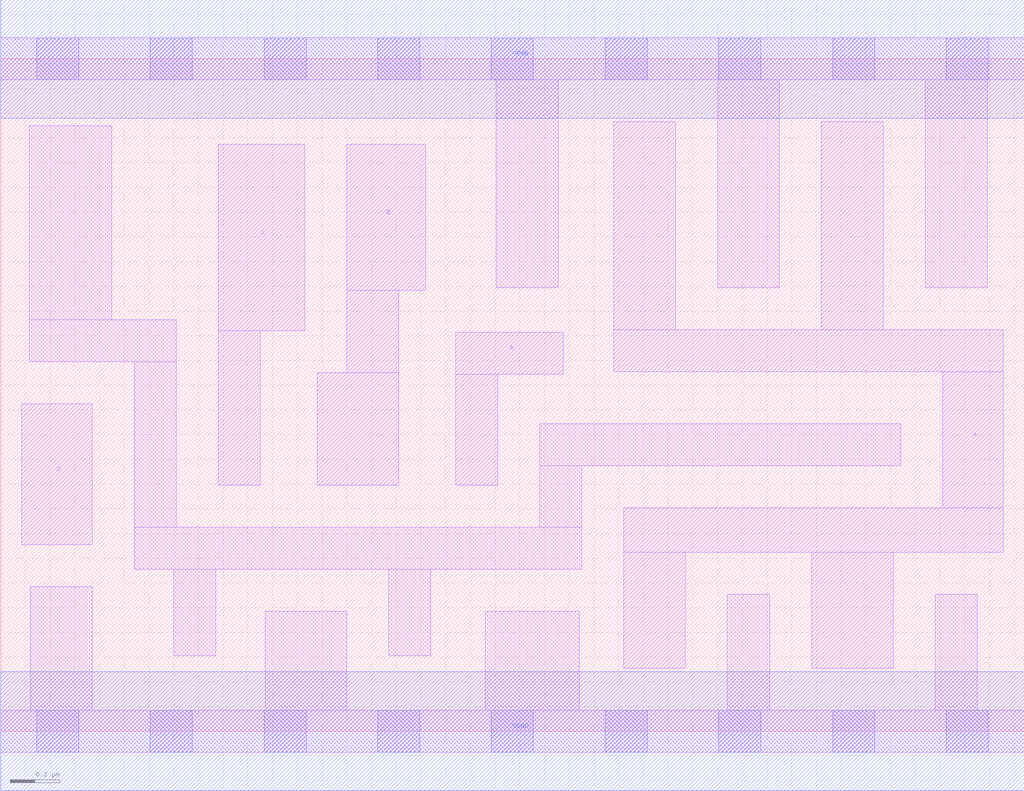
<source format=lef>
# Copyright 2020 The SkyWater PDK Authors
#
# Licensed under the Apache License, Version 2.0 (the "License");
# you may not use this file except in compliance with the License.
# You may obtain a copy of the License at
#
#     https://www.apache.org/licenses/LICENSE-2.0
#
# Unless required by applicable law or agreed to in writing, software
# distributed under the License is distributed on an "AS IS" BASIS,
# WITHOUT WARRANTIES OR CONDITIONS OF ANY KIND, either express or implied.
# See the License for the specific language governing permissions and
# limitations under the License.
#
# SPDX-License-Identifier: Apache-2.0

VERSION 5.7 ;
  NOWIREEXTENSIONATPIN ON ;
  DIVIDERCHAR "/" ;
  BUSBITCHARS "[]" ;
UNITS
  DATABASE MICRONS 200 ;
END UNITS
MACRO sky130_fd_sc_hd__or4_4
  CLASS CORE ;
  FOREIGN sky130_fd_sc_hd__or4_4 ;
  ORIGIN  0.000000  0.000000 ;
  SIZE  4.140000 BY  2.720000 ;
  SYMMETRY X Y R90 ;
  SITE unithd ;
  PIN A
    ANTENNAGATEAREA  0.247500 ;
    DIRECTION INPUT ;
    USE SIGNAL ;
    PORT
      LAYER li1 ;
        RECT 1.840000 0.995000 2.010000 1.445000 ;
        RECT 1.840000 1.445000 2.275000 1.615000 ;
    END
  END A
  PIN B
    ANTENNAGATEAREA  0.247500 ;
    DIRECTION INPUT ;
    USE SIGNAL ;
    PORT
      LAYER li1 ;
        RECT 1.280000 0.995000 1.610000 1.450000 ;
        RECT 1.400000 1.450000 1.610000 1.785000 ;
        RECT 1.400000 1.785000 1.720000 2.375000 ;
    END
  END B
  PIN C
    ANTENNAGATEAREA  0.247500 ;
    DIRECTION INPUT ;
    USE SIGNAL ;
    PORT
      LAYER li1 ;
        RECT 0.880000 0.995000 1.050000 1.620000 ;
        RECT 0.880000 1.620000 1.230000 2.375000 ;
    END
  END C
  PIN D
    ANTENNAGATEAREA  0.247500 ;
    DIRECTION INPUT ;
    USE SIGNAL ;
    PORT
      LAYER li1 ;
        RECT 0.085000 0.755000 0.370000 1.325000 ;
    END
  END D
  PIN X
    ANTENNADIFFAREA  0.891000 ;
    DIRECTION OUTPUT ;
    USE SIGNAL ;
    PORT
      LAYER li1 ;
        RECT 2.480000 1.455000 4.055000 1.625000 ;
        RECT 2.480000 1.625000 2.730000 2.465000 ;
        RECT 2.520000 0.255000 2.770000 0.725000 ;
        RECT 2.520000 0.725000 4.055000 0.905000 ;
        RECT 3.280000 0.255000 3.610000 0.725000 ;
        RECT 3.320000 1.625000 3.570000 2.465000 ;
        RECT 3.810000 0.905000 4.055000 1.455000 ;
    END
  END X
  PIN VGND
    DIRECTION INOUT ;
    SHAPE ABUTMENT ;
    USE GROUND ;
    PORT
      LAYER met1 ;
        RECT 0.000000 -0.240000 4.140000 0.240000 ;
    END
  END VGND
  PIN VPWR
    DIRECTION INOUT ;
    SHAPE ABUTMENT ;
    USE POWER ;
    PORT
      LAYER met1 ;
        RECT 0.000000 2.480000 4.140000 2.960000 ;
    END
  END VPWR
  OBS
    LAYER li1 ;
      RECT 0.000000 -0.085000 4.140000 0.085000 ;
      RECT 0.000000  2.635000 4.140000 2.805000 ;
      RECT 0.115000  1.495000 0.710000 1.665000 ;
      RECT 0.115000  1.665000 0.450000 2.450000 ;
      RECT 0.120000  0.085000 0.370000 0.585000 ;
      RECT 0.540000  0.655000 2.350000 0.825000 ;
      RECT 0.540000  0.825000 0.710000 1.495000 ;
      RECT 0.700000  0.305000 0.870000 0.655000 ;
      RECT 1.070000  0.085000 1.400000 0.485000 ;
      RECT 1.570000  0.305000 1.740000 0.655000 ;
      RECT 1.960000  0.085000 2.340000 0.485000 ;
      RECT 2.005000  1.795000 2.255000 2.635000 ;
      RECT 2.180000  0.825000 2.350000 1.075000 ;
      RECT 2.180000  1.075000 3.640000 1.245000 ;
      RECT 2.900000  1.795000 3.150000 2.635000 ;
      RECT 2.940000  0.085000 3.110000 0.555000 ;
      RECT 3.740000  1.795000 3.990000 2.635000 ;
      RECT 3.780000  0.085000 3.950000 0.555000 ;
    LAYER mcon ;
      RECT 0.145000 -0.085000 0.315000 0.085000 ;
      RECT 0.145000  2.635000 0.315000 2.805000 ;
      RECT 0.605000 -0.085000 0.775000 0.085000 ;
      RECT 0.605000  2.635000 0.775000 2.805000 ;
      RECT 1.065000 -0.085000 1.235000 0.085000 ;
      RECT 1.065000  2.635000 1.235000 2.805000 ;
      RECT 1.525000 -0.085000 1.695000 0.085000 ;
      RECT 1.525000  2.635000 1.695000 2.805000 ;
      RECT 1.985000 -0.085000 2.155000 0.085000 ;
      RECT 1.985000  2.635000 2.155000 2.805000 ;
      RECT 2.445000 -0.085000 2.615000 0.085000 ;
      RECT 2.445000  2.635000 2.615000 2.805000 ;
      RECT 2.905000 -0.085000 3.075000 0.085000 ;
      RECT 2.905000  2.635000 3.075000 2.805000 ;
      RECT 3.365000 -0.085000 3.535000 0.085000 ;
      RECT 3.365000  2.635000 3.535000 2.805000 ;
      RECT 3.825000 -0.085000 3.995000 0.085000 ;
      RECT 3.825000  2.635000 3.995000 2.805000 ;
  END
END sky130_fd_sc_hd__or4_4
END LIBRARY

</source>
